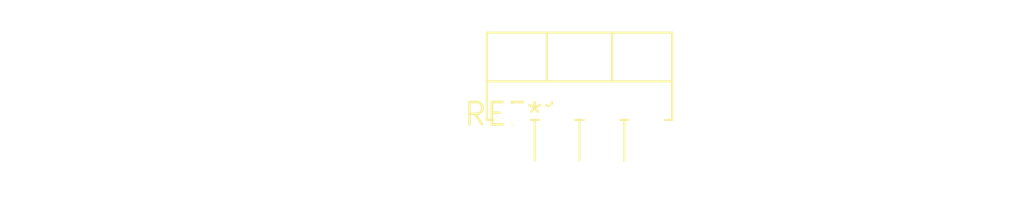
<source format=kicad_pcb>
(kicad_pcb (version 20240108) (generator pcbnew)
  (layers (0 "F.Cu" signal) (31 "B.Cu" signal) (34 "B.Paste" user) (35 "F.Paste" user) (36 "B.SilkS" user "B.Silkscreen") (37 "F.SilkS" user "F.Silkscreen") (38 "B.Mask" user) (39 "F.Mask" user) (44 "Edge.Cuts" user))
  (net 0 "")
  (footprint "TO-220F-7_P2.54x3.7mm_StaggerEven_Lead3.5mm_Vertical" (layer "F.Cu") (at 0 0)
    (property "Reference" "REF**")
    (property "Value" "TO-220F-7_P2.54x3.7mm_StaggerEven_Lead3.5mm_Vertical")
    (fp_line (start -1.44 -4.62) (end -1.44 0.321) (layer "F.SilkS") (stroke (width 0.12)))
    (fp_line (start -1.44 -4.62) (end 9.06 -4.62) (layer "F.SilkS") (stroke (width 0.12)))
    (fp_line (start -1.44 -1.861) (end 9.06 -1.861) (layer "F.SilkS") (stroke (width 0.12)))
    (fp_line (start -1.44 0.321) (end -1.05 0.321) (layer "F.SilkS") (stroke (width 0.12)))
    (fp_line (start 1.05 0.321) (end 1.509 0.321) (layer "F.SilkS") (stroke (width 0.12)))
    (fp_line (start 1.27 0.321) (end 1.27 2.635) (layer "F.SilkS") (stroke (width 0.12)))
    (fp_line (start 1.96 -4.62) (end 1.96 -1.861) (layer "F.SilkS") (stroke (width 0.12)))
    (fp_line (start 3.572 0.321) (end 4.049 0.321) (layer "F.SilkS") (stroke (width 0.12)))
    (fp_line (start 3.81 0.321) (end 3.81 2.635) (layer "F.SilkS") (stroke (width 0.12)))
    (fp_line (start 5.66 -4.62) (end 5.66 -1.861) (layer "F.SilkS") (stroke (width 0.12)))
    (fp_line (start 6.112 0.321) (end 6.589 0.321) (layer "F.SilkS") (stroke (width 0.12)))
    (fp_line (start 6.35 0.321) (end 6.35 2.635) (layer "F.SilkS") (stroke (width 0.12)))
    (fp_line (start 8.652 0.321) (end 9.06 0.321) (layer "F.SilkS") (stroke (width 0.12)))
    (fp_line (start 9.06 -4.62) (end 9.06 0.321) (layer "F.SilkS") (stroke (width 0.12)))
    (pad "1" thru_hole rect (at 0 0) (size 1.8 1.8) (drill 1.2) (layers *.Cu *.Mask) (remove_unused_layers))
    (pad "2" thru_hole oval (at 1.27 3.7) (size 1.8 1.8) (drill 1.2) (layers *.Cu *.Mask) (remove_unused_layers))
    (pad "3" thru_hole oval (at 2.54 0) (size 1.8 1.8) (drill 1.2) (layers *.Cu *.Mask) (remove_unused_layers))
    (pad "4" thru_hole oval (at 3.81 3.7) (size 1.8 1.8) (drill 1.2) (layers *.Cu *.Mask) (remove_unused_layers))
    (pad "5" thru_hole oval (at 5.08 0) (size 1.8 1.8) (drill 1.2) (layers *.Cu *.Mask) (remove_unused_layers))
    (pad "6" thru_hole oval (at 6.35 3.7) (size 1.8 1.8) (drill 1.2) (layers *.Cu *.Mask) (remove_unused_layers))
    (pad "7" thru_hole oval (at 7.62 0) (size 1.8 1.8) (drill 1.2) (layers *.Cu *.Mask) (remove_unused_layers))
  )
)
</source>
